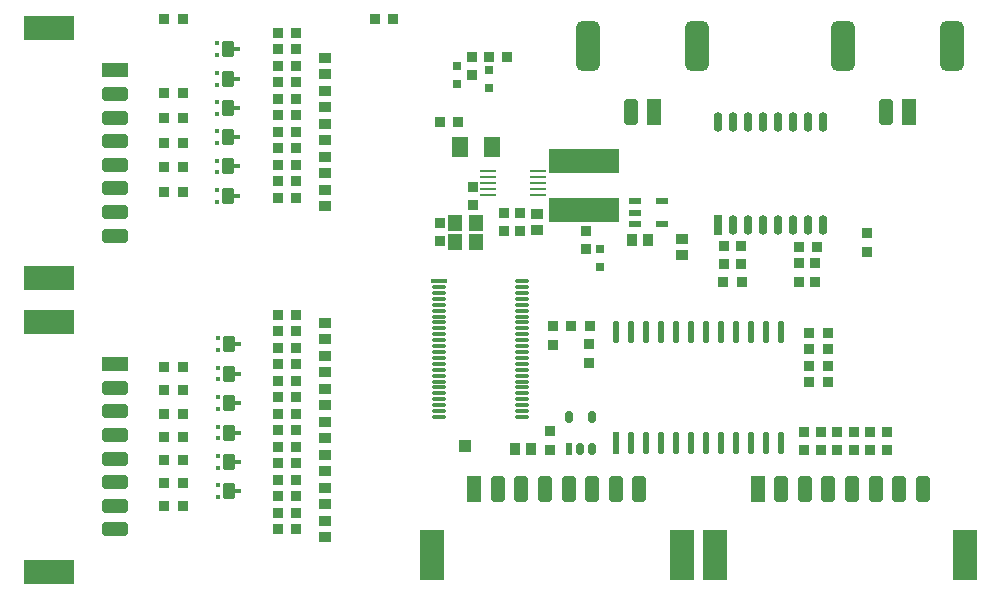
<source format=gtp>
G04 Layer_Color=8421504*
%FSTAX24Y24*%
%MOIN*%
G70*
G01*
G75*
G04:AMPARAMS|DCode=10|XSize=23.6mil|YSize=39.4mil|CornerRadius=5.9mil|HoleSize=0mil|Usage=FLASHONLY|Rotation=180.000|XOffset=0mil|YOffset=0mil|HoleType=Round|Shape=RoundedRectangle|*
%AMROUNDEDRECTD10*
21,1,0.0236,0.0276,0,0,180.0*
21,1,0.0118,0.0394,0,0,180.0*
1,1,0.0118,-0.0059,0.0138*
1,1,0.0118,0.0059,0.0138*
1,1,0.0118,0.0059,-0.0138*
1,1,0.0118,-0.0059,-0.0138*
%
%ADD10ROUNDEDRECTD10*%
%ADD11R,0.0236X0.0394*%
%ADD12R,0.0299X0.0669*%
%ADD13O,0.0299X0.0669*%
%ADD14R,0.0394X0.0394*%
%ADD15R,0.0335X0.0335*%
%ADD16R,0.0335X0.0335*%
%ADD17R,0.0217X0.0768*%
%ADD18O,0.0217X0.0768*%
%ADD19R,0.0354X0.0394*%
%ADD20R,0.0787X0.1654*%
%ADD21R,0.0472X0.0866*%
G04:AMPARAMS|DCode=22|XSize=47.2mil|YSize=86.6mil|CornerRadius=11.8mil|HoleSize=0mil|Usage=FLASHONLY|Rotation=0.000|XOffset=0mil|YOffset=0mil|HoleType=Round|Shape=RoundedRectangle|*
%AMROUNDEDRECTD22*
21,1,0.0472,0.0630,0,0,0.0*
21,1,0.0236,0.0866,0,0,0.0*
1,1,0.0236,0.0118,-0.0315*
1,1,0.0236,-0.0118,-0.0315*
1,1,0.0236,-0.0118,0.0315*
1,1,0.0236,0.0118,0.0315*
%
%ADD22ROUNDEDRECTD22*%
%ADD23R,0.2362X0.0827*%
%ADD24R,0.0551X0.0709*%
%ADD25R,0.0394X0.0354*%
%ADD26R,0.0532X0.0118*%
%ADD27O,0.0532X0.0118*%
%ADD28R,0.1654X0.0787*%
%ADD29R,0.0866X0.0472*%
G04:AMPARAMS|DCode=30|XSize=47.2mil|YSize=86.6mil|CornerRadius=11.8mil|HoleSize=0mil|Usage=FLASHONLY|Rotation=270.000|XOffset=0mil|YOffset=0mil|HoleType=Round|Shape=RoundedRectangle|*
%AMROUNDEDRECTD30*
21,1,0.0472,0.0630,0,0,270.0*
21,1,0.0236,0.0866,0,0,270.0*
1,1,0.0236,-0.0315,-0.0118*
1,1,0.0236,-0.0315,0.0118*
1,1,0.0236,0.0315,0.0118*
1,1,0.0236,0.0315,-0.0118*
%
%ADD30ROUNDEDRECTD30*%
G04:AMPARAMS|DCode=31|XSize=39.4mil|YSize=51.2mil|CornerRadius=3mil|HoleSize=0mil|Usage=FLASHONLY|Rotation=0.000|XOffset=0mil|YOffset=0mil|HoleType=Round|Shape=RoundedRectangle|*
%AMROUNDEDRECTD31*
21,1,0.0394,0.0453,0,0,0.0*
21,1,0.0335,0.0512,0,0,0.0*
1,1,0.0059,0.0167,-0.0226*
1,1,0.0059,-0.0167,-0.0226*
1,1,0.0059,-0.0167,0.0226*
1,1,0.0059,0.0167,0.0226*
%
%ADD31ROUNDEDRECTD31*%
%ADD32R,0.0177X0.0118*%
%ADD33R,0.0197X0.0122*%
%ADD34R,0.0453X0.0551*%
%ADD35R,0.0413X0.0236*%
%ADD36R,0.0551X0.0110*%
%ADD37R,0.0315X0.0315*%
G04:AMPARAMS|DCode=38|XSize=78.7mil|YSize=165.4mil|CornerRadius=19.7mil|HoleSize=0mil|Usage=FLASHONLY|Rotation=180.000|XOffset=0mil|YOffset=0mil|HoleType=Round|Shape=RoundedRectangle|*
%AMROUNDEDRECTD38*
21,1,0.0787,0.1260,0,0,180.0*
21,1,0.0394,0.1654,0,0,180.0*
1,1,0.0394,-0.0197,0.0630*
1,1,0.0394,0.0197,0.0630*
1,1,0.0394,0.0197,-0.0630*
1,1,0.0394,-0.0197,-0.0630*
%
%ADD38ROUNDEDRECTD38*%
D10*
X02992Y032951D02*
D03*
X030668D02*
D03*
Y031869D02*
D03*
X030294D02*
D03*
D11*
X02992D02*
D03*
D12*
X034869Y039334D02*
D03*
D13*
X035368D02*
D03*
X035868D02*
D03*
X036369D02*
D03*
X036869D02*
D03*
X037369D02*
D03*
X037868D02*
D03*
X038368D02*
D03*
X034869Y042779D02*
D03*
X035368D02*
D03*
X035868D02*
D03*
X036369D02*
D03*
X036869D02*
D03*
X037369D02*
D03*
X037868D02*
D03*
X038368D02*
D03*
D14*
X026444Y03196D02*
D03*
D15*
X038174Y038607D02*
D03*
X037563D02*
D03*
X035667Y03745D02*
D03*
X035056D02*
D03*
X030599Y03596D02*
D03*
X029989D02*
D03*
X023439Y04621D02*
D03*
X024049D02*
D03*
X020213Y032507D02*
D03*
X020824D02*
D03*
Y033057D02*
D03*
X020213D02*
D03*
Y033607D02*
D03*
X020824D02*
D03*
Y034157D02*
D03*
X020213D02*
D03*
Y034707D02*
D03*
X020824D02*
D03*
X020213Y035807D02*
D03*
X020824D02*
D03*
Y035257D02*
D03*
X020213D02*
D03*
X020824Y036357D02*
D03*
X020213D02*
D03*
X020824Y045207D02*
D03*
X020213D02*
D03*
X020824Y044107D02*
D03*
X020213D02*
D03*
X020824Y043007D02*
D03*
X020213D02*
D03*
X020824Y041907D02*
D03*
X020213D02*
D03*
X020824Y040807D02*
D03*
X020213D02*
D03*
Y040257D02*
D03*
X020824D02*
D03*
X020213Y041357D02*
D03*
X020824D02*
D03*
X020213Y042457D02*
D03*
X020824D02*
D03*
X020213Y043557D02*
D03*
X020824D02*
D03*
X020213Y045757D02*
D03*
X020824D02*
D03*
X020213Y044657D02*
D03*
X020824D02*
D03*
Y031957D02*
D03*
X020213D02*
D03*
Y031407D02*
D03*
X020824D02*
D03*
Y030857D02*
D03*
X020213D02*
D03*
Y030307D02*
D03*
X020824D02*
D03*
Y029757D02*
D03*
X020213D02*
D03*
X016426Y0462D02*
D03*
X017037D02*
D03*
X016426Y043729D02*
D03*
X017037D02*
D03*
X016426Y042908D02*
D03*
X017037D02*
D03*
X016426Y042087D02*
D03*
X017037D02*
D03*
X016426Y041267D02*
D03*
X017037D02*
D03*
X016426Y040446D02*
D03*
X017037D02*
D03*
X016426Y0346D02*
D03*
X017037D02*
D03*
X025615Y04276D02*
D03*
X026225D02*
D03*
X027847Y04495D02*
D03*
X027236D02*
D03*
X020213Y0292D02*
D03*
X020824D02*
D03*
X016426Y033829D02*
D03*
X017037D02*
D03*
X016426Y033058D02*
D03*
X017037D02*
D03*
X016426Y032287D02*
D03*
X017037D02*
D03*
X016426Y031517D02*
D03*
X017037D02*
D03*
X016426Y030746D02*
D03*
X017037D02*
D03*
X016426Y029975D02*
D03*
X017037D02*
D03*
X037926Y03575D02*
D03*
X038537D02*
D03*
X037926Y0352D02*
D03*
X038537D02*
D03*
X037926Y03465D02*
D03*
X038537D02*
D03*
X037926Y0341D02*
D03*
X038537D02*
D03*
D16*
X038119Y038062D02*
D03*
Y037452D02*
D03*
X037569Y038062D02*
D03*
Y037452D02*
D03*
X035082Y038655D02*
D03*
Y038045D02*
D03*
X035631Y038655D02*
D03*
Y038045D02*
D03*
X039844Y038455D02*
D03*
Y039065D02*
D03*
X029394Y035355D02*
D03*
Y035965D02*
D03*
X030594Y034755D02*
D03*
Y035365D02*
D03*
X029294Y032465D02*
D03*
Y031855D02*
D03*
X0405Y031845D02*
D03*
Y032455D02*
D03*
X03995Y031845D02*
D03*
Y032455D02*
D03*
X0394D02*
D03*
Y031845D02*
D03*
X03885Y032455D02*
D03*
Y031845D02*
D03*
X0383Y032455D02*
D03*
Y031845D02*
D03*
X03775Y032455D02*
D03*
Y031845D02*
D03*
X026681Y044345D02*
D03*
Y044955D02*
D03*
X025619Y038802D02*
D03*
Y039412D02*
D03*
X030482Y038545D02*
D03*
Y039155D02*
D03*
X027731Y039145D02*
D03*
Y039755D02*
D03*
X0267Y040625D02*
D03*
Y040015D02*
D03*
X028282Y039755D02*
D03*
Y039145D02*
D03*
D17*
X031494Y03206D02*
D03*
D18*
X031994D02*
D03*
X032494D02*
D03*
X032994D02*
D03*
X033494D02*
D03*
X033994D02*
D03*
X034494D02*
D03*
X034994D02*
D03*
X035494D02*
D03*
X035994D02*
D03*
X036494D02*
D03*
X036994D02*
D03*
X031494Y03576D02*
D03*
X031994D02*
D03*
X032494D02*
D03*
X032994D02*
D03*
X033494D02*
D03*
X033994D02*
D03*
X034494D02*
D03*
X034994D02*
D03*
X035494D02*
D03*
X035994D02*
D03*
X036494D02*
D03*
X036994D02*
D03*
D19*
X028659Y03186D02*
D03*
X028128D02*
D03*
X032547Y03885D02*
D03*
X032016D02*
D03*
D20*
X03478Y028356D02*
D03*
X043126D02*
D03*
X025331D02*
D03*
X033677D02*
D03*
D21*
X036197Y030553D02*
D03*
X026748D02*
D03*
X03275Y0431D02*
D03*
X04125D02*
D03*
D22*
X036984Y030553D02*
D03*
X037772D02*
D03*
X038559D02*
D03*
X039346D02*
D03*
X040134D02*
D03*
X040921D02*
D03*
X041709D02*
D03*
X027535D02*
D03*
X028323D02*
D03*
X02911D02*
D03*
X029898D02*
D03*
X030685D02*
D03*
X031472D02*
D03*
X03226D02*
D03*
X031963Y0431D02*
D03*
X040463D02*
D03*
D23*
X030419Y03983D02*
D03*
Y041484D02*
D03*
D24*
X02736Y041927D02*
D03*
X026277D02*
D03*
D25*
X021769Y033873D02*
D03*
Y033341D02*
D03*
Y032773D02*
D03*
Y032241D02*
D03*
Y034973D02*
D03*
Y034441D02*
D03*
Y036073D02*
D03*
Y035541D02*
D03*
Y040523D02*
D03*
Y039991D02*
D03*
Y041623D02*
D03*
Y041091D02*
D03*
Y044923D02*
D03*
Y044391D02*
D03*
Y042723D02*
D03*
Y042191D02*
D03*
Y043823D02*
D03*
Y043291D02*
D03*
Y029473D02*
D03*
Y028941D02*
D03*
Y030573D02*
D03*
Y030041D02*
D03*
Y031673D02*
D03*
Y031141D02*
D03*
X033681Y038334D02*
D03*
Y038866D02*
D03*
X028832Y039716D02*
D03*
Y039184D02*
D03*
D26*
X025591Y037471D02*
D03*
D27*
Y037274D02*
D03*
Y037077D02*
D03*
Y03688D02*
D03*
Y036683D02*
D03*
Y036486D02*
D03*
Y03629D02*
D03*
Y036093D02*
D03*
Y035896D02*
D03*
Y035699D02*
D03*
Y035502D02*
D03*
Y035305D02*
D03*
Y035108D02*
D03*
Y034912D02*
D03*
Y034715D02*
D03*
Y034518D02*
D03*
Y034321D02*
D03*
Y034124D02*
D03*
Y033927D02*
D03*
Y03373D02*
D03*
Y033534D02*
D03*
Y033337D02*
D03*
Y03314D02*
D03*
Y032943D02*
D03*
X028346Y037471D02*
D03*
Y037274D02*
D03*
Y037077D02*
D03*
Y03688D02*
D03*
Y036683D02*
D03*
Y036486D02*
D03*
Y03629D02*
D03*
Y036093D02*
D03*
Y035896D02*
D03*
Y035699D02*
D03*
Y035502D02*
D03*
Y035305D02*
D03*
Y035108D02*
D03*
Y034912D02*
D03*
Y034715D02*
D03*
Y034518D02*
D03*
Y034321D02*
D03*
Y034124D02*
D03*
Y033927D02*
D03*
Y03373D02*
D03*
Y033534D02*
D03*
Y033337D02*
D03*
Y03314D02*
D03*
Y032943D02*
D03*
D28*
X012567Y045916D02*
D03*
Y037569D02*
D03*
Y036124D02*
D03*
Y027778D02*
D03*
D29*
X014764Y044498D02*
D03*
Y034707D02*
D03*
D30*
Y043711D02*
D03*
Y042923D02*
D03*
Y042136D02*
D03*
Y041349D02*
D03*
Y040561D02*
D03*
Y039774D02*
D03*
Y038986D02*
D03*
Y033919D02*
D03*
Y033132D02*
D03*
Y032345D02*
D03*
Y031557D02*
D03*
Y03077D02*
D03*
Y029982D02*
D03*
Y029195D02*
D03*
D31*
X018543Y040308D02*
D03*
Y041295D02*
D03*
Y042283D02*
D03*
X018543Y043232D02*
D03*
Y044219D02*
D03*
Y045207D02*
D03*
X018569Y03439D02*
D03*
Y035374D02*
D03*
Y033407D02*
D03*
Y032423D02*
D03*
Y03144D02*
D03*
Y030474D02*
D03*
D32*
X018189Y040111D02*
D03*
Y040505D02*
D03*
Y041099D02*
D03*
Y041492D02*
D03*
Y042086D02*
D03*
Y04248D02*
D03*
X018189Y043035D02*
D03*
Y043429D02*
D03*
Y044023D02*
D03*
Y044416D02*
D03*
Y04501D02*
D03*
Y045404D02*
D03*
X018214Y034587D02*
D03*
Y034193D02*
D03*
Y035571D02*
D03*
Y035177D02*
D03*
Y033604D02*
D03*
Y03321D02*
D03*
Y03262D02*
D03*
Y032227D02*
D03*
Y031637D02*
D03*
Y031243D02*
D03*
Y030671D02*
D03*
Y030277D02*
D03*
D33*
X018839Y040308D02*
D03*
Y041295D02*
D03*
Y042283D02*
D03*
X018839Y043232D02*
D03*
Y044219D02*
D03*
Y045207D02*
D03*
X018864Y03439D02*
D03*
Y035374D02*
D03*
Y033407D02*
D03*
Y032423D02*
D03*
Y03144D02*
D03*
Y030474D02*
D03*
D34*
X026817Y038762D02*
D03*
X026128D02*
D03*
X026817Y039412D02*
D03*
X026128D02*
D03*
D35*
X033021Y040131D02*
D03*
Y039383D02*
D03*
X032116D02*
D03*
Y039757D02*
D03*
Y040131D02*
D03*
D36*
X027207Y041134D02*
D03*
Y040937D02*
D03*
Y04074D02*
D03*
Y040543D02*
D03*
Y040346D02*
D03*
X028893Y041134D02*
D03*
Y040937D02*
D03*
Y04074D02*
D03*
Y040543D02*
D03*
Y040346D02*
D03*
D37*
X026185Y044049D02*
D03*
Y04464D02*
D03*
X027235Y043909D02*
D03*
Y0445D02*
D03*
X030935Y037959D02*
D03*
Y03855D02*
D03*
D38*
X034167Y045297D02*
D03*
X030545D02*
D03*
X042667D02*
D03*
X039045D02*
D03*
M02*

</source>
